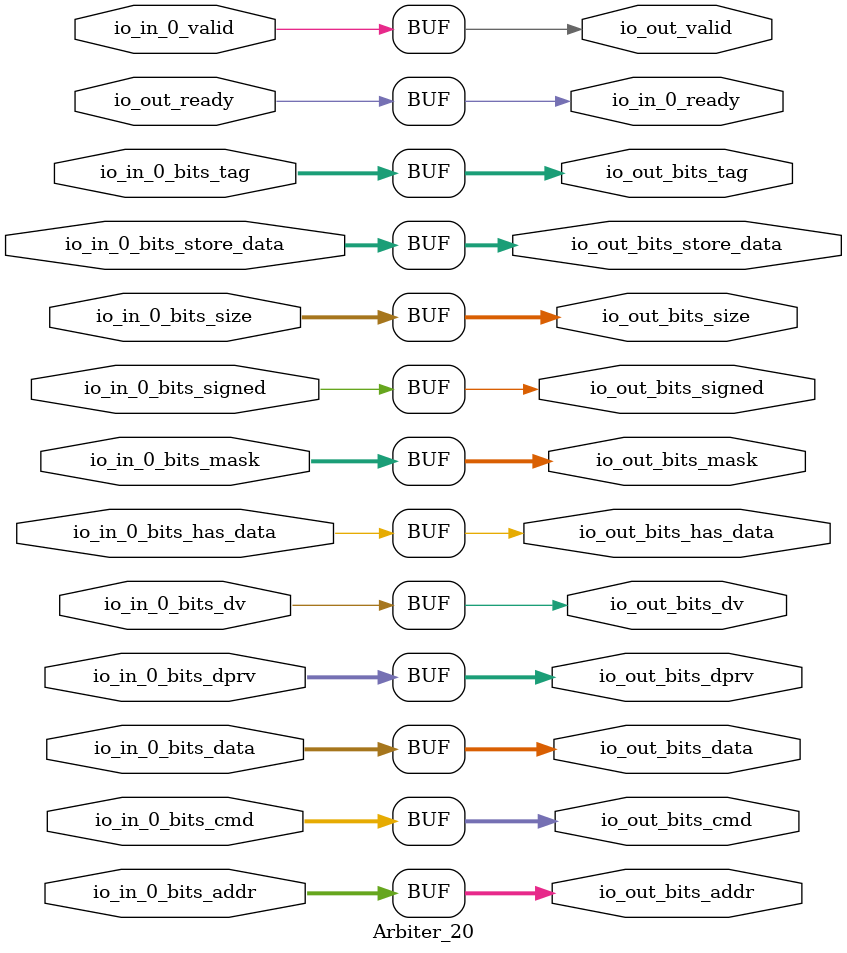
<source format=sv>
`ifndef RANDOMIZE
  `ifdef RANDOMIZE_MEM_INIT
    `define RANDOMIZE
  `endif // RANDOMIZE_MEM_INIT
`endif // not def RANDOMIZE
`ifndef RANDOMIZE
  `ifdef RANDOMIZE_REG_INIT
    `define RANDOMIZE
  `endif // RANDOMIZE_REG_INIT
`endif // not def RANDOMIZE

`ifndef RANDOM
  `define RANDOM $random
`endif // not def RANDOM

// Users can define INIT_RANDOM as general code that gets injected into the
// initializer block for modules with registers.
`ifndef INIT_RANDOM
  `define INIT_RANDOM
`endif // not def INIT_RANDOM

// If using random initialization, you can also define RANDOMIZE_DELAY to
// customize the delay used, otherwise 0.002 is used.
`ifndef RANDOMIZE_DELAY
  `define RANDOMIZE_DELAY 0.002
`endif // not def RANDOMIZE_DELAY

// Define INIT_RANDOM_PROLOG_ for use in our modules below.
`ifndef INIT_RANDOM_PROLOG_
  `ifdef RANDOMIZE
    `ifdef VERILATOR
      `define INIT_RANDOM_PROLOG_ `INIT_RANDOM
    `else  // VERILATOR
      `define INIT_RANDOM_PROLOG_ `INIT_RANDOM #`RANDOMIZE_DELAY begin end
    `endif // VERILATOR
  `else  // RANDOMIZE
    `define INIT_RANDOM_PROLOG_
  `endif // RANDOMIZE
`endif // not def INIT_RANDOM_PROLOG_

// Include register initializers in init blocks unless synthesis is set
`ifndef SYNTHESIS
  `ifndef ENABLE_INITIAL_REG_
    `define ENABLE_INITIAL_REG_
  `endif // not def ENABLE_INITIAL_REG_
`endif // not def SYNTHESIS

// Include rmemory initializers in init blocks unless synthesis is set
`ifndef SYNTHESIS
  `ifndef ENABLE_INITIAL_MEM_
    `define ENABLE_INITIAL_MEM_
  `endif // not def ENABLE_INITIAL_MEM_
`endif // not def SYNTHESIS

// Standard header to adapt well known macros for prints and assertions.

// Users can define 'PRINTF_COND' to add an extra gate to prints.
`ifndef PRINTF_COND_
  `ifdef PRINTF_COND
    `define PRINTF_COND_ (`PRINTF_COND)
  `else  // PRINTF_COND
    `define PRINTF_COND_ 1
  `endif // PRINTF_COND
`endif // not def PRINTF_COND_

// Users can define 'ASSERT_VERBOSE_COND' to add an extra gate to assert error printing.
`ifndef ASSERT_VERBOSE_COND_
  `ifdef ASSERT_VERBOSE_COND
    `define ASSERT_VERBOSE_COND_ (`ASSERT_VERBOSE_COND)
  `else  // ASSERT_VERBOSE_COND
    `define ASSERT_VERBOSE_COND_ 1
  `endif // ASSERT_VERBOSE_COND
`endif // not def ASSERT_VERBOSE_COND_

// Users can define 'STOP_COND' to add an extra gate to stop conditions.
`ifndef STOP_COND_
  `ifdef STOP_COND
    `define STOP_COND_ (`STOP_COND)
  `else  // STOP_COND
    `define STOP_COND_ 1
  `endif // STOP_COND
`endif // not def STOP_COND_

module Arbiter_20(
  output        io_in_0_ready,	// @[src/main/scala/chisel3/util/Arbiter.scala:134:14]
  input         io_in_0_valid,	// @[src/main/scala/chisel3/util/Arbiter.scala:134:14]
  input  [39:0] io_in_0_bits_addr,	// @[src/main/scala/chisel3/util/Arbiter.scala:134:14]
  input  [8:0]  io_in_0_bits_tag,	// @[src/main/scala/chisel3/util/Arbiter.scala:134:14]
  input  [4:0]  io_in_0_bits_cmd,	// @[src/main/scala/chisel3/util/Arbiter.scala:134:14]
  input  [1:0]  io_in_0_bits_size,	// @[src/main/scala/chisel3/util/Arbiter.scala:134:14]
  input         io_in_0_bits_signed,	// @[src/main/scala/chisel3/util/Arbiter.scala:134:14]
  input  [1:0]  io_in_0_bits_dprv,	// @[src/main/scala/chisel3/util/Arbiter.scala:134:14]
  input         io_in_0_bits_dv,	// @[src/main/scala/chisel3/util/Arbiter.scala:134:14]
  input  [63:0] io_in_0_bits_data,	// @[src/main/scala/chisel3/util/Arbiter.scala:134:14]
  input  [7:0]  io_in_0_bits_mask,	// @[src/main/scala/chisel3/util/Arbiter.scala:134:14]
  input         io_in_0_bits_has_data,	// @[src/main/scala/chisel3/util/Arbiter.scala:134:14]
  input  [63:0] io_in_0_bits_store_data,	// @[src/main/scala/chisel3/util/Arbiter.scala:134:14]
  input         io_out_ready,	// @[src/main/scala/chisel3/util/Arbiter.scala:134:14]
  output        io_out_valid,	// @[src/main/scala/chisel3/util/Arbiter.scala:134:14]
  output [39:0] io_out_bits_addr,	// @[src/main/scala/chisel3/util/Arbiter.scala:134:14]
  output [8:0]  io_out_bits_tag,	// @[src/main/scala/chisel3/util/Arbiter.scala:134:14]
  output [4:0]  io_out_bits_cmd,	// @[src/main/scala/chisel3/util/Arbiter.scala:134:14]
  output [1:0]  io_out_bits_size,	// @[src/main/scala/chisel3/util/Arbiter.scala:134:14]
  output        io_out_bits_signed,	// @[src/main/scala/chisel3/util/Arbiter.scala:134:14]
  output [1:0]  io_out_bits_dprv,	// @[src/main/scala/chisel3/util/Arbiter.scala:134:14]
  output        io_out_bits_dv,	// @[src/main/scala/chisel3/util/Arbiter.scala:134:14]
  output [63:0] io_out_bits_data,	// @[src/main/scala/chisel3/util/Arbiter.scala:134:14]
  output [7:0]  io_out_bits_mask,	// @[src/main/scala/chisel3/util/Arbiter.scala:134:14]
  output        io_out_bits_has_data,	// @[src/main/scala/chisel3/util/Arbiter.scala:134:14]
  output [63:0] io_out_bits_store_data	// @[src/main/scala/chisel3/util/Arbiter.scala:134:14]
);

  assign io_in_0_ready = io_out_ready;
  assign io_out_valid = io_in_0_valid;
  assign io_out_bits_addr = io_in_0_bits_addr;
  assign io_out_bits_tag = io_in_0_bits_tag;
  assign io_out_bits_cmd = io_in_0_bits_cmd;
  assign io_out_bits_size = io_in_0_bits_size;
  assign io_out_bits_signed = io_in_0_bits_signed;
  assign io_out_bits_dprv = io_in_0_bits_dprv;
  assign io_out_bits_dv = io_in_0_bits_dv;
  assign io_out_bits_data = io_in_0_bits_data;
  assign io_out_bits_mask = io_in_0_bits_mask;
  assign io_out_bits_has_data = io_in_0_bits_has_data;
  assign io_out_bits_store_data = io_in_0_bits_store_data;
endmodule


</source>
